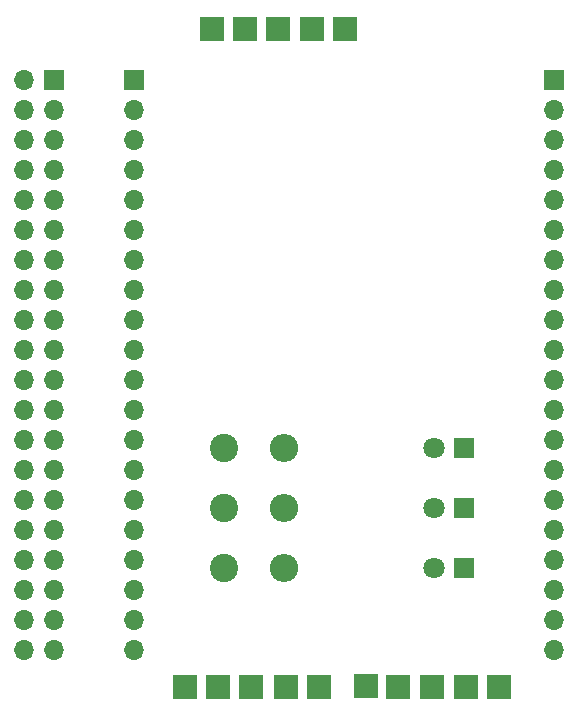
<source format=gbr>
%TF.GenerationSoftware,KiCad,Pcbnew,7.0.8*%
%TF.CreationDate,2025-02-20T14:53:18+01:00*%
%TF.ProjectId,Raspi,52617370-692e-46b6-9963-61645f706362,rev?*%
%TF.SameCoordinates,Original*%
%TF.FileFunction,Soldermask,Top*%
%TF.FilePolarity,Negative*%
%FSLAX46Y46*%
G04 Gerber Fmt 4.6, Leading zero omitted, Abs format (unit mm)*
G04 Created by KiCad (PCBNEW 7.0.8) date 2025-02-20 14:53:18*
%MOMM*%
%LPD*%
G01*
G04 APERTURE LIST*
%ADD10R,2.000000X2.000000*%
%ADD11C,2.400000*%
%ADD12O,2.400000X2.400000*%
%ADD13R,1.800000X1.800000*%
%ADD14C,1.800000*%
%ADD15O,1.700000X1.700000*%
%ADD16R,1.700000X1.700000*%
G04 APERTURE END LIST*
D10*
%TO.C,LP*%
X147964500Y-74004000D03*
%TD*%
%TO.C,LP*%
X150774500Y-74024000D03*
%TD*%
%TO.C,LP*%
X139454500Y-73974000D03*
%TD*%
%TO.C,LP*%
X142234500Y-74004000D03*
%TD*%
%TO.C,LP*%
X145064500Y-74004000D03*
%TD*%
%TO.C,LP*%
X160992000Y-129664000D03*
%TD*%
%TO.C,LP*%
X163802000Y-129684000D03*
%TD*%
%TO.C,LP*%
X152482000Y-129634000D03*
%TD*%
%TO.C,LP*%
X155262000Y-129664000D03*
%TD*%
%TO.C,LP*%
X158092000Y-129664000D03*
%TD*%
%TO.C,LP*%
X148522000Y-129704000D03*
%TD*%
%TO.C,LP*%
X145712000Y-129684000D03*
%TD*%
%TO.C,LP*%
X142812000Y-129684000D03*
%TD*%
%TO.C,LP*%
X139982000Y-129684000D03*
%TD*%
%TO.C,LP*%
X137202000Y-129654000D03*
%TD*%
D11*
%TO.C,R3*%
X140462000Y-109474000D03*
D12*
X145542000Y-109474000D03*
%TD*%
D11*
%TO.C,R2*%
X140462000Y-119634000D03*
D12*
X145542000Y-119634000D03*
%TD*%
D11*
%TO.C,R1*%
X140462000Y-114554000D03*
D12*
X145542000Y-114554000D03*
%TD*%
D13*
%TO.C,D3*%
X160782000Y-119634000D03*
D14*
X158242000Y-119634000D03*
%TD*%
%TO.C,D2*%
X158242000Y-114554000D03*
D13*
X160782000Y-114554000D03*
%TD*%
D14*
%TO.C,D1*%
X158242000Y-109474000D03*
D13*
X160782000Y-109474000D03*
%TD*%
D15*
%TO.C,J8*%
X132842000Y-126539000D03*
X132842000Y-123999000D03*
X132842000Y-121459000D03*
X132842000Y-118919000D03*
X132842000Y-116379000D03*
X132842000Y-113839000D03*
X132842000Y-111299000D03*
X132842000Y-108759000D03*
X132842000Y-106219000D03*
X132842000Y-103679000D03*
X132842000Y-101139000D03*
X132842000Y-98599000D03*
X132842000Y-96059000D03*
X132842000Y-93519000D03*
X132842000Y-90979000D03*
X132842000Y-88439000D03*
X132842000Y-85899000D03*
X132842000Y-83359000D03*
X132842000Y-80819000D03*
D16*
X132842000Y-78279000D03*
%TD*%
D15*
%TO.C,J7*%
X168402000Y-126539000D03*
X168402000Y-123999000D03*
X168402000Y-121459000D03*
X168402000Y-118919000D03*
X168402000Y-116379000D03*
X168402000Y-113839000D03*
X168402000Y-111299000D03*
X168402000Y-108759000D03*
X168402000Y-106219000D03*
X168402000Y-103679000D03*
X168402000Y-101139000D03*
X168402000Y-98599000D03*
X168402000Y-96059000D03*
X168402000Y-93519000D03*
X168402000Y-90979000D03*
X168402000Y-88439000D03*
X168402000Y-85899000D03*
X168402000Y-83359000D03*
X168402000Y-80819000D03*
D16*
X168402000Y-78279000D03*
%TD*%
D15*
%TO.C,J2*%
X123547000Y-126539000D03*
X126087000Y-126539000D03*
X123547000Y-123999000D03*
X126087000Y-123999000D03*
X123547000Y-121459000D03*
X126087000Y-121459000D03*
X123547000Y-118919000D03*
X126087000Y-118919000D03*
X123547000Y-116379000D03*
X126087000Y-116379000D03*
X123547000Y-113839000D03*
X126087000Y-113839000D03*
X123547000Y-111299000D03*
X126087000Y-111299000D03*
X123547000Y-108759000D03*
X126087000Y-108759000D03*
X123547000Y-106219000D03*
X126087000Y-106219000D03*
X123547000Y-103679000D03*
X126087000Y-103679000D03*
X123547000Y-101139000D03*
X126087000Y-101139000D03*
X123547000Y-98599000D03*
X126087000Y-98599000D03*
X123547000Y-96059000D03*
X126087000Y-96059000D03*
X123547000Y-93519000D03*
X126087000Y-93519000D03*
X123547000Y-90979000D03*
X126087000Y-90979000D03*
X123547000Y-88439000D03*
X126087000Y-88439000D03*
X123547000Y-85899000D03*
X126087000Y-85899000D03*
X123547000Y-83359000D03*
X126087000Y-83359000D03*
X123547000Y-80819000D03*
X126087000Y-80819000D03*
X123547000Y-78279000D03*
D16*
X126087000Y-78279000D03*
%TD*%
M02*

</source>
